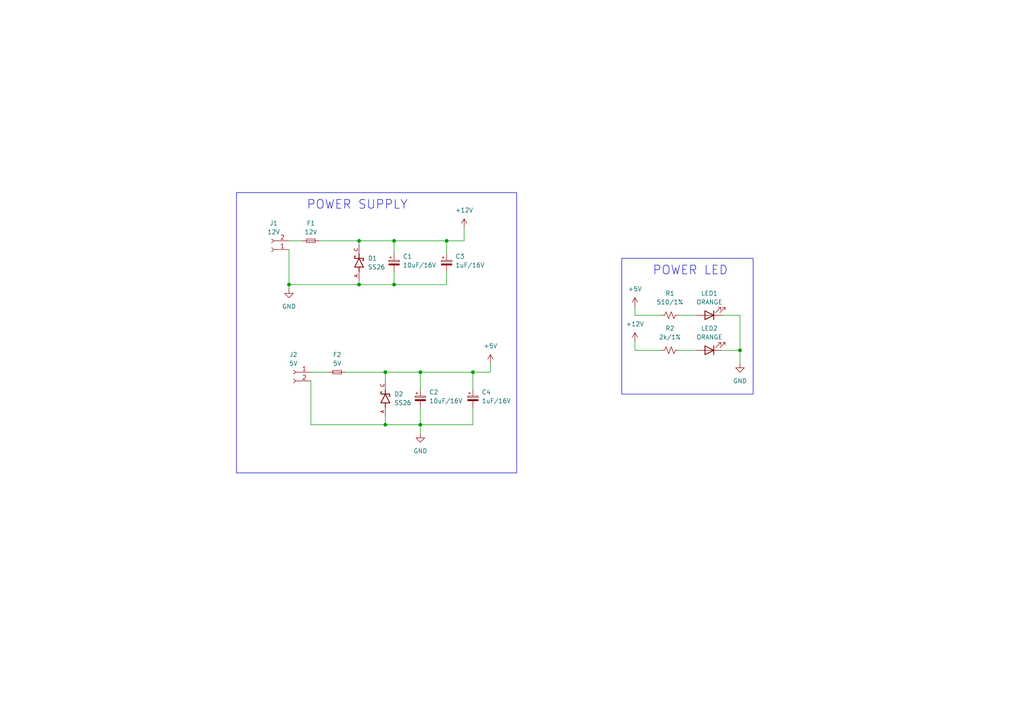
<source format=kicad_sch>
(kicad_sch (version 20230121) (generator eeschema)
  (paper "A4")
  (title_block (title "POWER SUPPLY") (date "2024-01-29"))
  (lib_symbols
    (symbol "Connector:Conn_01x02_Socket" (pin_names (offset 1.016) hide)
      (property "Reference" "J" (at 0 2.54 0))
      (property "Value" "Conn_01x02_Socket" (at 0 -5.08 0))
      (symbol "Conn_01x02_Socket_1_1"
        (arc (start 0 -2.032) (mid -0.5058 -2.54) (end 0 -3.048) (stroke (width 0.1524)))
        (polyline (pts (xy -1.27 -2.54) (xy -0.508 -2.54)) (stroke (width 0.1524)))
        (polyline (pts (xy -1.27 0) (xy -0.508 0)) (stroke (width 0.1524)))
        (arc (start 0 0.508) (mid -0.5058 0) (end 0 -0.508) (stroke (width 0.1524)))
        (pin passive line (at -5.08 0 0) (length 3.81) (name "Pin_1") (number "1"))
        (pin passive line (at -5.08 -2.54 0) (length 3.81) (name "Pin_2") (number "2"))
      )
    )
    (symbol "Device:C_Polarized_Small" (pin_numbers hide) (pin_names (offset 0.254) hide)
      (property "Reference" "C" (at 0.254 1.778 0))
      (property "Value" "C_Polarized_Small" (at 0.254 -2.032 0))
      (symbol "C_Polarized_Small_0_1"
        (rectangle (start -1.524 -0.3048) (end 1.524 -0.6858) (fill (type outline)))
        (rectangle (start -1.524 0.6858) (end 1.524 0.3048))
        (polyline (pts (xy -1.27 1.524) (xy -0.762 1.524)))
        (polyline (pts (xy -1.016 1.27) (xy -1.016 1.778)))
      )
      (symbol "C_Polarized_Small_1_1"
        (pin passive line (at 0 2.54 270) (length 1.8542) (name "~") (number "1"))
        (pin passive line (at 0 -2.54 90) (length 1.8542) (name "~") (number "2"))
      )
    )
    (symbol "Device:Fuse_Small" (pin_numbers hide) (pin_names (offset 0.254) hide)
      (property "Reference" "F" (at 0 -1.524 0))
      (property "Value" "Fuse_Small" (at 0 1.524 0))
      (symbol "Fuse_Small_0_1"
        (rectangle (start -1.27 0.508) (end 1.27 -0.508))
        (polyline (pts (xy -1.27 0) (xy 1.27 0)))
      )
      (symbol "Fuse_Small_1_1"
        (pin passive line (at -2.54 0 0) (length 1.27) (name "~") (number "1"))
        (pin passive line (at 2.54 0 180) (length 1.27) (name "~") (number "2"))
      )
    )
    (symbol "Device:LED" (pin_numbers hide) (pin_names (offset 1.016) hide)
      (property "Reference" "D" (at 0 2.54 0))
      (property "Value" "LED" (at 0 -2.54 0))
      (symbol "LED_0_1"
        (polyline (pts (xy -1.27 -1.27) (xy -1.27 1.27)) (stroke (width 0.254)))
        (polyline (pts (xy -1.27 0) (xy 1.27 0)))
        (polyline (pts (xy 1.27 -1.27) (xy 1.27 1.27) (xy -1.27 0) (xy 1.27 -1.27)) (stroke (width 0.254)))
        (polyline (pts (xy -3.048 -0.762) (xy -4.572 -2.286) (xy -3.81 -2.286) (xy -4.572 -2.286) (xy -4.572 -1.524)))
        (polyline (pts (xy -1.778 -0.762) (xy -3.302 -2.286) (xy -2.54 -2.286) (xy -3.302 -2.286) (xy -3.302 -1.524)))
      )
      (symbol "LED_1_1"
        (pin passive line (at -3.81 0 0) (length 2.54) (name "K") (number "1"))
        (pin passive line (at 3.81 0 180) (length 2.54) (name "A") (number "2"))
      )
    )
    (symbol "Device:R_Small_US" (pin_numbers hide) (pin_names (offset 0.254) hide)
      (property "Reference" "R" (at 0.762 0.508 0))
      (property "Value" "R_Small_US" (at 0.762 -1.016 0))
      (symbol "R_Small_US_1_1"
        (polyline (pts (xy 0 0) (xy 1.016 -0.381) (xy 0 -0.762) (xy -1.016 -1.143) (xy 0 -1.524)))
        (polyline (pts (xy 0 1.524) (xy 1.016 1.143) (xy 0 0.762) (xy -1.016 0.381) (xy 0 0)))
        (pin passive line (at 0 2.54 270) (length 1.016) (name "~") (number "1"))
        (pin passive line (at 0 -2.54 90) (length 1.016) (name "~") (number "2"))
      )
    )
    (symbol "SS34:SS34" (pin_names (offset 1.016))
      (property "Reference" "D" (at -5.08 2.54 0))
      (property "Value" "SS34" (at -5.08 -3.81 0))
      (symbol "SS34_0_0"
        (polyline (pts (xy -2.54 0) (xy -1.27 0)) (stroke (width 0.254)))
        (polyline (pts (xy -1.27 -1.27) (xy 1.27 0)) (stroke (width 0.254)))
        (polyline (pts (xy -1.27 0) (xy -1.27 -1.27)) (stroke (width 0.254)))
        (polyline (pts (xy -1.27 1.27) (xy -1.27 0)) (stroke (width 0.254)))
        (polyline (pts (xy 0.635 -1.016) (xy 0.635 -1.27)) (stroke (width 0.254)))
        (polyline (pts (xy 1.27 -1.27) (xy 0.635 -1.27)) (stroke (width 0.254)))
        (polyline (pts (xy 1.27 0) (xy -1.27 1.27)) (stroke (width 0.254)))
        (polyline (pts (xy 1.27 0) (xy 1.27 -1.27)) (stroke (width 0.254)))
        (polyline (pts (xy 1.27 1.27) (xy 1.27 0)) (stroke (width 0.254)))
        (polyline (pts (xy 1.905 1.27) (xy 1.27 1.27)) (stroke (width 0.254)))
        (polyline (pts (xy 1.905 1.27) (xy 1.905 1.016)) (stroke (width 0.254)))
        (polyline (pts (xy 2.54 0) (xy 1.27 0)) (stroke (width 0.254)))
        (pin passive line (at -5.08 0 0) (length 2.54) (name "~") (number "A"))
        (pin passive line (at 5.08 0 180) (length 2.54) (name "~") (number "C"))
      )
    )
    (symbol "power:+12V" (power) (pin_names (offset 0))
      (property "Value" "+12V" (at 0 3.556 0))
      (symbol "+12V_0_1"
        (polyline (pts (xy -0.762 1.27) (xy 0 2.54)))
        (polyline (pts (xy 0 0) (xy 0 2.54)))
        (polyline (pts (xy 0 2.54) (xy 0.762 1.27)))
      )
      (symbol "+12V_1_1"
        (pin power_in line (at 0 0 90) (length 0) hide (name "+12V") (number "1"))
      )
    )
    (symbol "power:+5V" (power) (pin_names (offset 0))
      (property "Value" "+5V" (at 0 3.556 0))
      (symbol "+5V_0_1"
        (polyline (pts (xy -0.762 1.27) (xy 0 2.54)))
        (polyline (pts (xy 0 0) (xy 0 2.54)))
        (polyline (pts (xy 0 2.54) (xy 0.762 1.27)))
      )
      (symbol "+5V_1_1"
        (pin power_in line (at 0 0 90) (length 0) hide (name "+5V") (number "1"))
      )
    )
    (symbol "power:GND" (power) (pin_names (offset 0))
      (property "Value" "GND" (at 0 -3.81 0))
      (symbol "GND_0_1"
        (polyline (pts (xy 0 0) (xy 0 -1.27) (xy 1.27 -1.27) (xy 0 -2.54) (xy -1.27 -1.27) (xy 0 -1.27)))
      )
      (symbol "GND_1_1"
        (pin power_in line (at 0 0 270) (length 0) hide (name "GND") (number "1"))
      )
    )
  )
  (junction (at 104.14 69.85))
  (junction (at 121.92 107.95))
  (junction (at 137.16 107.95))
  (junction (at 111.76 123.19))
  (junction (at 121.92 123.19))
  (junction (at 129.54 69.85))
  (junction (at 111.76 107.95))
  (junction (at 104.14 82.55))
  (junction (at 114.3 82.55))
  (junction (at 114.3 69.85))
  (junction (at 83.82 82.55))
  (junction (at 214.63 101.6))
  (wire (pts (xy 142.24 107.95) (xy 137.16 107.95)))
  (wire (pts (xy 196.85 101.6) (xy 201.93 101.6)))
  (wire (pts (xy 214.63 91.44) (xy 214.63 101.6)))
  (wire (pts (xy 114.3 69.85) (xy 104.14 69.85)))
  (wire (pts (xy 104.14 81.28) (xy 104.14 82.55)))
  (wire (pts (xy 184.15 88.9) (xy 184.15 91.44)))
  (wire (pts (xy 184.15 91.44) (xy 191.77 91.44)))
  (wire (pts (xy 114.3 73.66) (xy 114.3 69.85)))
  (wire (pts (xy 121.92 123.19) (xy 111.76 123.19)))
  (wire (pts (xy 104.14 69.85) (xy 92.71 69.85)))
  (wire (pts (xy 184.15 99.06) (xy 184.15 101.6)))
  (wire (pts (xy 209.55 91.44) (xy 214.63 91.44)))
  (wire (pts (xy 121.92 123.19) (xy 137.16 123.19)))
  (wire (pts (xy 83.82 69.85) (xy 87.63 69.85)))
  (wire (pts (xy 111.76 107.95) (xy 121.92 107.95)))
  (wire (pts (xy 121.92 123.19) (xy 121.92 125.73)))
  (wire (pts (xy 121.92 107.95) (xy 137.16 107.95)))
  (wire (pts (xy 137.16 118.11) (xy 137.16 123.19)))
  (wire (pts (xy 129.54 82.55) (xy 114.3 82.55)))
  (wire (pts (xy 134.62 69.85) (xy 129.54 69.85)))
  (wire (pts (xy 100.33 107.95) (xy 111.76 107.95)))
  (wire (pts (xy 83.82 82.55) (xy 83.82 72.39)))
  (wire (pts (xy 90.17 107.95) (xy 95.25 107.95)))
  (wire (pts (xy 114.3 78.74) (xy 114.3 82.55)))
  (wire (pts (xy 90.17 110.49) (xy 90.17 123.19)))
  (wire (pts (xy 121.92 118.11) (xy 121.92 123.19)))
  (wire (pts (xy 209.55 101.6) (xy 214.63 101.6)))
  (wire (pts (xy 129.54 69.85) (xy 129.54 73.66)))
  (wire (pts (xy 184.15 101.6) (xy 191.77 101.6)))
  (wire (pts (xy 114.3 69.85) (xy 129.54 69.85)))
  (wire (pts (xy 90.17 123.19) (xy 111.76 123.19)))
  (wire (pts (xy 142.24 105.41) (xy 142.24 107.95)))
  (wire (pts (xy 114.3 82.55) (xy 104.14 82.55)))
  (wire (pts (xy 129.54 78.74) (xy 129.54 82.55)))
  (wire (pts (xy 214.63 101.6) (xy 214.63 105.41)))
  (wire (pts (xy 137.16 113.03) (xy 137.16 107.95)))
  (wire (pts (xy 104.14 71.12) (xy 104.14 69.85)))
  (wire (pts (xy 134.62 66.04) (xy 134.62 69.85)))
  (wire (pts (xy 83.82 82.55) (xy 104.14 82.55)))
  (wire (pts (xy 111.76 120.65) (xy 111.76 123.19)))
  (wire (pts (xy 111.76 110.49) (xy 111.76 107.95)))
  (wire (pts (xy 83.82 83.82) (xy 83.82 82.55)))
  (wire (pts (xy 196.85 91.44) (xy 201.93 91.44)))
  (wire (pts (xy 121.92 113.03) (xy 121.92 107.95)))
  (rectangle (start 180.34 74.93) (end 218.44 114.3))
  (rectangle (start 68.58 55.88) (end 149.86 137.16))
  (text "POWER SUPPLY" (at 88.9 60.96 0) (effects (font (size 2.54 2.54)) (justify left bottom)))
  (text "POWER LED\n" (at 189.23 80.01 0) (effects (font (size 2.54 2.54)) (justify left bottom)))
  (symbol (lib_id "Device:C_Polarized_Small") (at 121.92 115.57 0) (unit 1)
    (property "Reference" "C2" (at 124.46 113.7539 0) (effects (justify left)))
    (property "Value" "10uF/16V" (at 124.46 116.2939 0) (effects (justify left)))
    (property "Footprint" "Capacitor_SMD:CP_Elec_4x5.4" (effects hide))
    (property "URL" "https://www.thegioiic.com/tu-nhom-smd-10uf-16v-4x5-4mm" (effects hide))
  )
  (symbol (lib_id "Connector:Conn_01x02_Socket") (at 78.74 72.39 180) (unit 1)
    (property "Reference" "J1" (at 79.375 64.77 0))
    (property "Value" "12V" (at 79.375 67.31 0))
    (property "Footprint" "Connector_XH_2:au_XH_2.54mm_2_Chan_Dan_SMD_Nam_Ngang" (effects hide))
    (property "URL" "https://www.thegioiic.com/dau-xh-2-54mm-2-chan-dan-smd-nam-ngang" (effects hide))
  )
  (symbol (lib_id "Device:Fuse_Small") (at 97.79 107.95 0) (unit 1)
    (property "Reference" "F2" (at 97.79 102.87 0))
    (property "Value" "5V" (at 97.79 105.41 0))
    (property "Footprint" "Fuse:Fuse_1812_4532Metric_Pad1.30x3.40mm_HandSolder" (effects hide))
    (property "URL" "https://www.thegioiic.com/mf-msmf050-2-cau-chi-tu-phuc-hoi-1812-15v-0-5a" (effects hide))
  )
  (symbol (lib_id "Device:C_Polarized_Small") (at 114.3 76.2 0) (unit 1)
    (property "Reference" "C1" (at 116.84 74.3839 0) (effects (justify left)))
    (property "Value" "10uF/16V" (at 116.84 76.9239 0) (effects (justify left)))
    (property "Footprint" "Capacitor_SMD:CP_Elec_4x5.4" (effects hide))
    (property "URL" "https://www.thegioiic.com/tu-nhom-smd-10uf-16v-4x5-4mm" (effects hide))
  )
  (symbol (lib_id "SS34:SS34") (at 104.14 76.2 90) (unit 1)
    (property "Reference" "D1" (at 106.68 74.93 90) (effects (justify right)))
    (property "Value" "SS26" (at 106.68 77.47 90) (effects (justify right)))
    (property "Footprint" "SS34:DIOM4325X250N" (effects hide))
    (property "URL" "https://www.thegioiic.com/ss26-sma-diode-schottky-2a" (effects hide))
  )
  (symbol (lib_id "power:+5V") (at 184.15 88.9 0) (unit 1)
    (property "Reference" "#PWR05" (effects hide))
    (property "Value" "+5V" (at 184.15 83.82 0))
    (instances (project "BFMC" (path "" (reference "#PWR05") (unit 1))) (project "Brightness_Meter" (path "" (reference "#PWR032") (unit 1))))
  )
  (symbol (lib_id "power:GND") (at 121.92 125.73 0) (unit 1)
    (property "Reference" "#PWR02" (effects hide))
    (property "Value" "GND" (at 121.92 130.81 0))
  )
  (symbol (lib_id "Device:R_Small_US") (at 194.31 91.44 90) (unit 1)
    (property "Reference" "R1" (at 194.31 85.09 90))
    (property "Value" "510/1%" (at 194.31 87.63 90))
    (property "Footprint" "Resistor_SMD:R_0603_1608Metric_Pad0.98x0.95mm_HandSolder" (effects hide))
    (property "URL" "https://www.thegioiic.com/dien-tro-510-ohm-0603-1-" (effects hide))
    (instances (project "BFMC" (path "" (reference "R1") (unit 1))) (project "Brightness_Meter" (path "" (reference "R17") (unit 1))))
  )
  (symbol (lib_id "Device:LED") (at 205.74 91.44 180) (unit 1)
    (property "Reference" "LED1" (at 205.74 85.09 0))
    (property "Value" "ORANGE" (at 205.74 87.63 0))
    (property "Footprint" "LED_SMD:LED_1206_3216Metric_Pad1.42x1.75mm_HandSolder" (effects hide))
    (property "URL" "https://www.thegioiic.com/led-cam-1206-dan-smd-trong-suot" (effects hide))
    (instances (project "BFMC" (path "" (reference "LED1") (unit 1))) (project "Brightness_Meter" (path "" (reference "5V2") (unit 1))))
  )
  (symbol (lib_id "power:GND") (at 83.82 83.82 0) (unit 1)
    (property "Reference" "#PWR01" (effects hide))
    (property "Value" "GND" (at 83.82 88.9 0))
  )
  (symbol (lib_id "Device:R_Small_US") (at 194.31 101.6 90) (unit 1)
    (property "Reference" "R2" (at 194.31 95.25 90))
    (property "Value" "2k/1%" (at 194.31 97.79 90))
    (property "Footprint" "Resistor_SMD:R_0603_1608Metric_Pad0.98x0.95mm_HandSolder" (effects hide))
    (property "URL" "https://www.thegioiic.com/dien-tro-2-kohm-0603-1-" (effects hide))
    (instances (project "BFMC" (path "" (reference "R2") (unit 1))) (project "Brightness_Meter" (path "" (reference "R18") (unit 1))))
  )
  (symbol (lib_id "Device:Fuse_Small") (at 90.17 69.85 0) (unit 1)
    (property "Reference" "F1" (at 90.17 64.77 0))
    (property "Value" "12V" (at 90.17 67.31 0))
    (property "Footprint" "Fuse:Fuse_1812_4532Metric_Pad1.30x3.40mm_HandSolder" (effects hide))
    (property "URL" "https://www.thegioiic.com/mf-msmf050-2-cau-chi-tu-phuc-hoi-1812-15v-0-5a" (effects hide))
  )
  (symbol (lib_id "power:+12V") (at 134.62 66.04 0) (unit 1)
    (property "Reference" "#PWR03" (effects hide))
    (property "Value" "+12V" (at 134.62 60.96 0))
  )
  (symbol (lib_id "power:+12V") (at 184.15 99.06 0) (unit 1)
    (property "Reference" "#PWR06" (effects hide))
    (property "Value" "+12V" (at 184.15 93.98 0))
  )
  (symbol (lib_id "Device:C_Polarized_Small") (at 137.16 115.57 0) (unit 1)
    (property "Reference" "C4" (at 139.7 113.7539 0) (effects (justify left)))
    (property "Value" "1uF/16V" (at 139.7 116.2939 0) (effects (justify left)))
    (property "Footprint" "Capacitor_SMD:CP_Elec_4x5.4" (effects hide))
    (property "URL" "https://www.thegioiic.com/tu-nhom-smd-1uf-50v-4x5-4mm" (effects hide))
  )
  (symbol (lib_id "power:GND") (at 214.63 105.41 0) (unit 1)
    (property "Reference" "#PWR07" (effects hide))
    (property "Value" "GND" (at 214.63 110.49 0))
  )
  (symbol (lib_id "power:+5V") (at 142.24 105.41 0) (unit 1)
    (property "Reference" "#PWR04" (effects hide))
    (property "Value" "+5V" (at 142.24 100.33 0))
    (instances (project "BFMC" (path "" (reference "#PWR04") (unit 1))) (project "Brightness_Meter" (path "" (reference "#PWR032") (unit 1))))
  )
  (symbol (lib_id "Connector:Conn_01x02_Socket") (at 85.09 107.95 0) (mirror y) (unit 1)
    (property "Reference" "J2" (at 85.09 102.87 0))
    (property "Value" "5V" (at 85.09 105.41 0))
    (property "Footprint" "TerminalBlock_MetzConnect:TerminalBlock_MetzConnect_Type073_RT02602HBLU_1x02_P5.08mm_Horizontal" (effects hide))
    (property "URL" "https://www.thegioiic.com/kf301-2-r-domino-2-chan-cong-5-08mm-300v-10a-han-pcb" (effects hide))
  )
  (symbol (lib_id "SS34:SS34") (at 111.76 115.57 90) (unit 1)
    (property "Reference" "D2" (at 114.3 114.3 90) (effects (justify right)))
    (property "Value" "SS26" (at 114.3 116.84 90) (effects (justify right)))
    (property "Footprint" "SS34:DIOM4325X250N" (effects hide))
    (property "URL" "https://www.thegioiic.com/ss26-sma-diode-schottky-2a" (effects hide))
    (instances (project "BFMC" (path "" (reference "D2") (unit 1))) (project "Brightness_Meter" (path "" (reference "D1") (unit 1))))
  )
  (symbol (lib_id "Device:LED") (at 205.74 101.6 180) (unit 1)
    (property "Reference" "LED2" (at 205.74 95.25 0))
    (property "Value" "ORANGE" (at 205.74 97.79 0))
    (property "Footprint" "LED_SMD:LED_1206_3216Metric_Pad1.42x1.75mm_HandSolder" (effects hide))
    (property "URL" "https://www.thegioiic.com/led-cam-1206-dan-smd-trong-suot" (effects hide))
    (instances (project "BFMC" (path "" (reference "LED2") (unit 1))) (project "Brightness_Meter" (path "" (reference "3.3V2") (unit 1))))
  )
  (symbol (lib_id "Device:C_Polarized_Small") (at 129.54 76.2 0) (unit 1)
    (property "Reference" "C3" (at 132.08 74.3839 0) (effects (justify left)))
    (property "Value" "1uF/16V" (at 132.08 76.9239 0) (effects (justify left)))
    (property "Footprint" "Capacitor_SMD:CP_Elec_4x5.4" (effects hide))
    (property "URL" "https://www.thegioiic.com/tu-nhom-smd-1uf-50v-4x5-4mm" (effects hide))
  )
)
</source>
